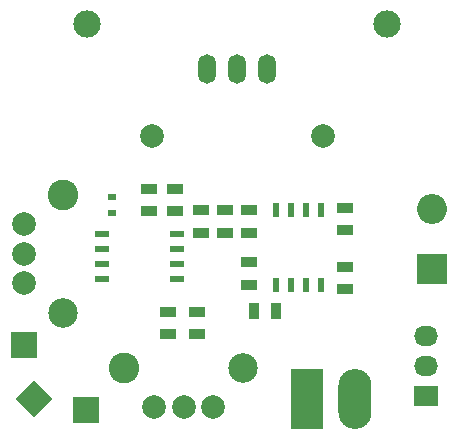
<source format=gts>
G04 #@! TF.FileFunction,Soldermask,Top*
%FSLAX46Y46*%
G04 Gerber Fmt 4.6, Leading zero omitted, Abs format (unit mm)*
G04 Created by KiCad (PCBNEW (2015-01-16 BZR 5376)-product) date 2-3-2015 10:33:56*
%MOMM*%
G01*
G04 APERTURE LIST*
%ADD10C,0.100000*%
%ADD11C,1.998980*%
%ADD12R,2.794000X5.080000*%
%ADD13O,2.794000X5.080000*%
%ADD14R,1.397000X0.889000*%
%ADD15R,0.700000X0.600000*%
%ADD16R,0.889000X1.397000*%
%ADD17R,1.143000X0.508000*%
%ADD18R,0.508000X1.143000*%
%ADD19C,2.311400*%
%ADD20R,2.032000X1.727200*%
%ADD21O,2.032000X1.727200*%
%ADD22C,2.000000*%
%ADD23C,2.500000*%
%ADD24C,2.600000*%
%ADD25R,2.540000X2.540000*%
%ADD26O,2.540000X2.540000*%
%ADD27R,2.235200X2.235200*%
%ADD28O,1.501140X2.499360*%
G04 APERTURE END LIST*
D10*
D11*
X119800000Y-57800000D03*
X134300000Y-57800000D03*
D12*
X132968000Y-80000000D03*
D13*
X137032000Y-80000000D03*
D14*
X121800000Y-64152500D03*
X121800000Y-62247500D03*
X136200000Y-70752500D03*
X136200000Y-68847500D03*
X136200000Y-63847500D03*
X136200000Y-65752500D03*
D15*
X116400000Y-62900000D03*
X116400000Y-64300000D03*
D14*
X124000000Y-64047500D03*
X124000000Y-65952500D03*
X123600000Y-74552500D03*
X123600000Y-72647500D03*
X121200000Y-72647500D03*
X121200000Y-74552500D03*
D16*
X130352500Y-72600000D03*
X128447500Y-72600000D03*
D14*
X128000000Y-64047500D03*
X128000000Y-65952500D03*
X128000000Y-68447500D03*
X128000000Y-70352500D03*
X126000000Y-64047500D03*
X126000000Y-65952500D03*
X119600000Y-62247500D03*
X119600000Y-64152500D03*
D17*
X121975000Y-66095000D03*
X121975000Y-67365000D03*
X121975000Y-68635000D03*
X121975000Y-69905000D03*
X115625000Y-69905000D03*
X115625000Y-68635000D03*
X115625000Y-67365000D03*
X115625000Y-66095000D03*
D18*
X134105000Y-70375000D03*
X132835000Y-70375000D03*
X131565000Y-70375000D03*
X130295000Y-70375000D03*
X130295000Y-64025000D03*
X131565000Y-64025000D03*
X132835000Y-64025000D03*
X134105000Y-64025000D03*
D19*
X114300000Y-48260000D03*
X139700000Y-48260000D03*
D20*
X143000000Y-79790000D03*
D21*
X143000000Y-77250000D03*
X143000000Y-74710000D03*
D22*
X109000000Y-70250000D03*
X109000000Y-67750000D03*
X109000000Y-65250000D03*
D23*
X112300000Y-72750000D03*
D24*
X112300000Y-62750000D03*
D22*
X125000000Y-80750000D03*
X122500000Y-80750000D03*
X120000000Y-80750000D03*
D23*
X127500000Y-77450000D03*
D24*
X117500000Y-77450000D03*
D25*
X143500000Y-69040000D03*
D26*
X143500000Y-63960000D03*
D27*
X109000000Y-75500000D03*
X114250000Y-81000000D03*
D10*
G36*
X111380525Y-80000000D02*
X109800000Y-81580525D01*
X108219475Y-80000000D01*
X109800000Y-78419475D01*
X111380525Y-80000000D01*
X111380525Y-80000000D01*
G37*
D28*
X127000000Y-52070000D03*
X124460000Y-52070000D03*
X129540000Y-52070000D03*
M02*

</source>
